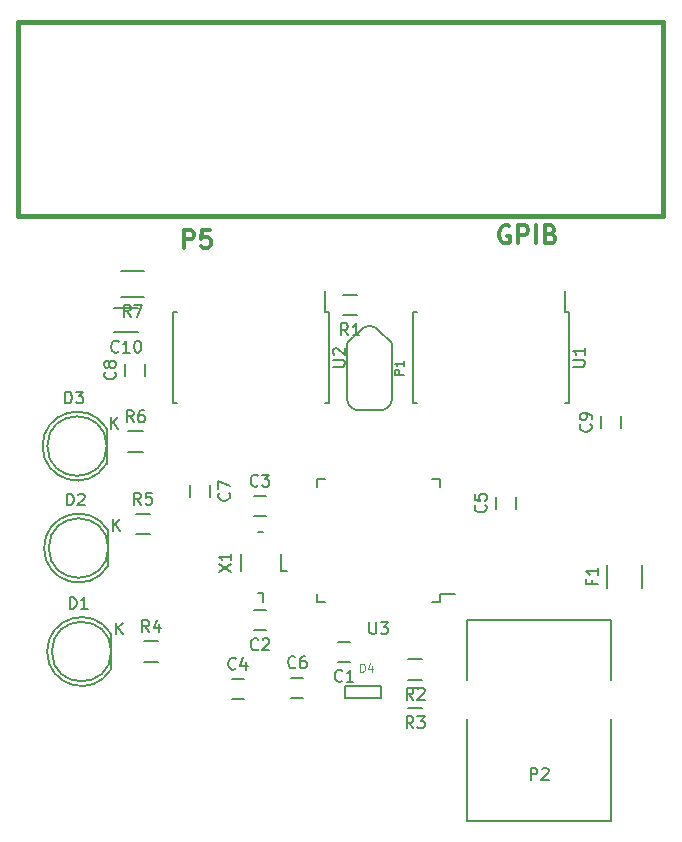
<source format=gbr>
G04 #@! TF.FileFunction,Legend,Top*
%FSLAX46Y46*%
G04 Gerber Fmt 4.6, Leading zero omitted, Abs format (unit mm)*
G04 Created by KiCad (PCBNEW 4.1.0-alpha+201606210816+6944~45~ubuntu16.04.1-product) date Sat Jun 25 00:11:40 2016*
%MOMM*%
%LPD*%
G01*
G04 APERTURE LIST*
%ADD10C,0.100000*%
%ADD11C,0.381000*%
%ADD12C,0.150000*%
%ADD13C,0.127000*%
%ADD14C,0.304800*%
G04 APERTURE END LIST*
D10*
D11*
X171450000Y-66611500D02*
X171450000Y-82994500D01*
X171450000Y-82994500D02*
X116840000Y-82994500D01*
X116840000Y-82994500D02*
X116840000Y-66611500D01*
X171450000Y-66611500D02*
X116840000Y-66611500D01*
D12*
X136803000Y-118071000D02*
X137803000Y-118071000D01*
X137803000Y-116371000D02*
X136803000Y-116371000D01*
X137787000Y-106719000D02*
X136787000Y-106719000D01*
X136787000Y-108419000D02*
X137787000Y-108419000D01*
X133057000Y-106815000D02*
X133057000Y-105815000D01*
X131357000Y-105815000D02*
X131357000Y-106815000D01*
X125883300Y-95562800D02*
X125883300Y-96562800D01*
X127583300Y-96562800D02*
X127583300Y-95562800D01*
X144307000Y-89676000D02*
X145507000Y-89676000D01*
X145507000Y-91426000D02*
X144307000Y-91426000D01*
X149834000Y-120537000D02*
X151034000Y-120537000D01*
X151034000Y-122287000D02*
X149834000Y-122287000D01*
X149834000Y-122950000D02*
X151034000Y-122950000D01*
X151034000Y-124700000D02*
X149834000Y-124700000D01*
X128677000Y-120763000D02*
X127477000Y-120763000D01*
X127477000Y-119013000D02*
X128677000Y-119013000D01*
X127981000Y-109968000D02*
X126781000Y-109968000D01*
X126781000Y-108218000D02*
X127981000Y-108218000D01*
X163420000Y-91121000D02*
X163085000Y-91121000D01*
X163420000Y-98871000D02*
X163085000Y-98871000D01*
X150270000Y-98871000D02*
X150605000Y-98871000D01*
X150270000Y-91121000D02*
X150605000Y-91121000D01*
X163420000Y-91121000D02*
X163420000Y-98871000D01*
X150270000Y-91121000D02*
X150270000Y-98871000D01*
X163085000Y-91121000D02*
X163085000Y-89321000D01*
X143100000Y-91121000D02*
X142765000Y-91121000D01*
X143100000Y-98871000D02*
X142765000Y-98871000D01*
X129950000Y-98871000D02*
X130285000Y-98871000D01*
X129950000Y-91121000D02*
X130285000Y-91121000D01*
X143100000Y-91121000D02*
X143100000Y-98871000D01*
X129950000Y-91121000D02*
X129950000Y-98871000D01*
X142765000Y-91121000D02*
X142765000Y-89321000D01*
D13*
X144653000Y-98488500D02*
X144653000Y-93802200D01*
X148463000Y-98488500D02*
X148463000Y-93802200D01*
X145834100Y-92621100D02*
X144653000Y-93802200D01*
X147281900Y-92621100D02*
X148463000Y-93802200D01*
X147281900Y-92621100D02*
G75*
G03X145834100Y-92621100I-723900J-723900D01*
G01*
X147510500Y-99441000D02*
X145605500Y-99441000D01*
X144653000Y-98488500D02*
G75*
G03X145605500Y-99441000I952500J0D01*
G01*
X147510500Y-99441000D02*
G75*
G03X148463000Y-98488500I0J952500D01*
G01*
D12*
X144526000Y-122809000D02*
X144526000Y-123825000D01*
X147574000Y-122809000D02*
X147574000Y-123825000D01*
X144526000Y-123825000D02*
X147526000Y-123825000D01*
X144526000Y-122809000D02*
X147526000Y-122809000D01*
X169623000Y-112538000D02*
X169623000Y-114538000D01*
X166673000Y-114538000D02*
X166673000Y-112538000D01*
X127346000Y-102983000D02*
X126146000Y-102983000D01*
X126146000Y-101233000D02*
X127346000Y-101233000D01*
X124277888Y-100964096D02*
G75*
G03X124293000Y-103989000I-2484888J-1524904D01*
G01*
X124293000Y-100989000D02*
X124293000Y-103989000D01*
X124310936Y-102489000D02*
G75*
G03X124310936Y-102489000I-2517936J0D01*
G01*
X124658888Y-118363096D02*
G75*
G03X124674000Y-121388000I-2484888J-1524904D01*
G01*
X124674000Y-118388000D02*
X124674000Y-121388000D01*
X124691936Y-119888000D02*
G75*
G03X124691936Y-119888000I-2517936J0D01*
G01*
X124404888Y-109600096D02*
G75*
G03X124420000Y-112625000I-2484888J-1524904D01*
G01*
X124420000Y-109625000D02*
X124420000Y-112625000D01*
X124437936Y-111125000D02*
G75*
G03X124437936Y-111125000I-2517936J0D01*
G01*
X152495000Y-115665000D02*
X152495000Y-114990000D01*
X142145000Y-115665000D02*
X142145000Y-114990000D01*
X142145000Y-105315000D02*
X142145000Y-105990000D01*
X152495000Y-105315000D02*
X152495000Y-105990000D01*
X152495000Y-115665000D02*
X151820000Y-115665000D01*
X152495000Y-105315000D02*
X151820000Y-105315000D01*
X142145000Y-105315000D02*
X142820000Y-105315000D01*
X142145000Y-115665000D02*
X142820000Y-115665000D01*
X152495000Y-114990000D02*
X153770000Y-114990000D01*
X137544000Y-114963000D02*
X137544000Y-115663000D01*
X139044000Y-113063000D02*
X139544000Y-113063000D01*
X139044000Y-111660920D02*
X139044000Y-113063000D01*
X135644000Y-113064040D02*
X135644000Y-111661960D01*
X137544000Y-109763000D02*
X137144000Y-109763000D01*
X137544000Y-114963000D02*
X137144000Y-114963000D01*
X143915000Y-120738000D02*
X144915000Y-120738000D01*
X144915000Y-119038000D02*
X143915000Y-119038000D01*
X135898000Y-122213000D02*
X134898000Y-122213000D01*
X134898000Y-123913000D02*
X135898000Y-123913000D01*
X157265000Y-106815000D02*
X157265000Y-107815000D01*
X158965000Y-107815000D02*
X158965000Y-106815000D01*
X140946000Y-122086000D02*
X139946000Y-122086000D01*
X139946000Y-123786000D02*
X140946000Y-123786000D01*
X166155000Y-99973000D02*
X166155000Y-100973000D01*
X167855000Y-100973000D02*
X167855000Y-99973000D01*
X124960000Y-92846000D02*
X126960000Y-92846000D01*
X126960000Y-90796000D02*
X124960000Y-90796000D01*
X125492000Y-87698000D02*
X127492000Y-87698000D01*
X127492000Y-89848000D02*
X125492000Y-89848000D01*
X154843480Y-125603000D02*
X154843480Y-134239000D01*
X154843480Y-117221000D02*
X154843480Y-122301000D01*
X167035480Y-125603000D02*
X167035480Y-134239000D01*
X167035480Y-117221000D02*
X167035480Y-122301000D01*
X167035480Y-134239000D02*
X154843480Y-134239000D01*
X154843480Y-117221000D02*
X167035480Y-117221000D01*
D14*
X130828142Y-85715928D02*
X130828142Y-84191928D01*
X131408714Y-84191928D01*
X131553857Y-84264500D01*
X131626428Y-84337071D01*
X131699000Y-84482214D01*
X131699000Y-84699928D01*
X131626428Y-84845071D01*
X131553857Y-84917642D01*
X131408714Y-84990214D01*
X130828142Y-84990214D01*
X133077857Y-84191928D02*
X132352142Y-84191928D01*
X132279571Y-84917642D01*
X132352142Y-84845071D01*
X132497285Y-84772500D01*
X132860142Y-84772500D01*
X133005285Y-84845071D01*
X133077857Y-84917642D01*
X133150428Y-85062785D01*
X133150428Y-85425642D01*
X133077857Y-85570785D01*
X133005285Y-85643357D01*
X132860142Y-85715928D01*
X132497285Y-85715928D01*
X132352142Y-85643357D01*
X132279571Y-85570785D01*
X158405285Y-83883500D02*
X158260142Y-83810928D01*
X158042428Y-83810928D01*
X157824714Y-83883500D01*
X157679571Y-84028642D01*
X157607000Y-84173785D01*
X157534428Y-84464071D01*
X157534428Y-84681785D01*
X157607000Y-84972071D01*
X157679571Y-85117214D01*
X157824714Y-85262357D01*
X158042428Y-85334928D01*
X158187571Y-85334928D01*
X158405285Y-85262357D01*
X158477857Y-85189785D01*
X158477857Y-84681785D01*
X158187571Y-84681785D01*
X159131000Y-85334928D02*
X159131000Y-83810928D01*
X159711571Y-83810928D01*
X159856714Y-83883500D01*
X159929285Y-83956071D01*
X160001857Y-84101214D01*
X160001857Y-84318928D01*
X159929285Y-84464071D01*
X159856714Y-84536642D01*
X159711571Y-84609214D01*
X159131000Y-84609214D01*
X160655000Y-85334928D02*
X160655000Y-83810928D01*
X161888714Y-84536642D02*
X162106428Y-84609214D01*
X162179000Y-84681785D01*
X162251571Y-84826928D01*
X162251571Y-85044642D01*
X162179000Y-85189785D01*
X162106428Y-85262357D01*
X161961285Y-85334928D01*
X161380714Y-85334928D01*
X161380714Y-83810928D01*
X161888714Y-83810928D01*
X162033857Y-83883500D01*
X162106428Y-83956071D01*
X162179000Y-84101214D01*
X162179000Y-84246357D01*
X162106428Y-84391500D01*
X162033857Y-84464071D01*
X161888714Y-84536642D01*
X161380714Y-84536642D01*
D12*
X137136333Y-119678142D02*
X137088714Y-119725761D01*
X136945857Y-119773380D01*
X136850619Y-119773380D01*
X136707761Y-119725761D01*
X136612523Y-119630523D01*
X136564904Y-119535285D01*
X136517285Y-119344809D01*
X136517285Y-119201952D01*
X136564904Y-119011476D01*
X136612523Y-118916238D01*
X136707761Y-118821000D01*
X136850619Y-118773380D01*
X136945857Y-118773380D01*
X137088714Y-118821000D01*
X137136333Y-118868619D01*
X137517285Y-118868619D02*
X137564904Y-118821000D01*
X137660142Y-118773380D01*
X137898238Y-118773380D01*
X137993476Y-118821000D01*
X138041095Y-118868619D01*
X138088714Y-118963857D01*
X138088714Y-119059095D01*
X138041095Y-119201952D01*
X137469666Y-119773380D01*
X138088714Y-119773380D01*
X137120333Y-105826142D02*
X137072714Y-105873761D01*
X136929857Y-105921380D01*
X136834619Y-105921380D01*
X136691761Y-105873761D01*
X136596523Y-105778523D01*
X136548904Y-105683285D01*
X136501285Y-105492809D01*
X136501285Y-105349952D01*
X136548904Y-105159476D01*
X136596523Y-105064238D01*
X136691761Y-104969000D01*
X136834619Y-104921380D01*
X136929857Y-104921380D01*
X137072714Y-104969000D01*
X137120333Y-105016619D01*
X137453666Y-104921380D02*
X138072714Y-104921380D01*
X137739380Y-105302333D01*
X137882238Y-105302333D01*
X137977476Y-105349952D01*
X138025095Y-105397571D01*
X138072714Y-105492809D01*
X138072714Y-105730904D01*
X138025095Y-105826142D01*
X137977476Y-105873761D01*
X137882238Y-105921380D01*
X137596523Y-105921380D01*
X137501285Y-105873761D01*
X137453666Y-105826142D01*
X134664142Y-106481666D02*
X134711761Y-106529285D01*
X134759380Y-106672142D01*
X134759380Y-106767380D01*
X134711761Y-106910238D01*
X134616523Y-107005476D01*
X134521285Y-107053095D01*
X134330809Y-107100714D01*
X134187952Y-107100714D01*
X133997476Y-107053095D01*
X133902238Y-107005476D01*
X133807000Y-106910238D01*
X133759380Y-106767380D01*
X133759380Y-106672142D01*
X133807000Y-106529285D01*
X133854619Y-106481666D01*
X133759380Y-106148333D02*
X133759380Y-105481666D01*
X134759380Y-105910238D01*
X124990442Y-96229466D02*
X125038061Y-96277085D01*
X125085680Y-96419942D01*
X125085680Y-96515180D01*
X125038061Y-96658038D01*
X124942823Y-96753276D01*
X124847585Y-96800895D01*
X124657109Y-96848514D01*
X124514252Y-96848514D01*
X124323776Y-96800895D01*
X124228538Y-96753276D01*
X124133300Y-96658038D01*
X124085680Y-96515180D01*
X124085680Y-96419942D01*
X124133300Y-96277085D01*
X124180919Y-96229466D01*
X124514252Y-95658038D02*
X124466633Y-95753276D01*
X124419014Y-95800895D01*
X124323776Y-95848514D01*
X124276157Y-95848514D01*
X124180919Y-95800895D01*
X124133300Y-95753276D01*
X124085680Y-95658038D01*
X124085680Y-95467561D01*
X124133300Y-95372323D01*
X124180919Y-95324704D01*
X124276157Y-95277085D01*
X124323776Y-95277085D01*
X124419014Y-95324704D01*
X124466633Y-95372323D01*
X124514252Y-95467561D01*
X124514252Y-95658038D01*
X124561871Y-95753276D01*
X124609490Y-95800895D01*
X124704728Y-95848514D01*
X124895204Y-95848514D01*
X124990442Y-95800895D01*
X125038061Y-95753276D01*
X125085680Y-95658038D01*
X125085680Y-95467561D01*
X125038061Y-95372323D01*
X124990442Y-95324704D01*
X124895204Y-95277085D01*
X124704728Y-95277085D01*
X124609490Y-95324704D01*
X124561871Y-95372323D01*
X124514252Y-95467561D01*
X144740333Y-93103380D02*
X144407000Y-92627190D01*
X144168904Y-93103380D02*
X144168904Y-92103380D01*
X144549857Y-92103380D01*
X144645095Y-92151000D01*
X144692714Y-92198619D01*
X144740333Y-92293857D01*
X144740333Y-92436714D01*
X144692714Y-92531952D01*
X144645095Y-92579571D01*
X144549857Y-92627190D01*
X144168904Y-92627190D01*
X145692714Y-93103380D02*
X145121285Y-93103380D01*
X145407000Y-93103380D02*
X145407000Y-92103380D01*
X145311761Y-92246238D01*
X145216523Y-92341476D01*
X145121285Y-92389095D01*
X150267333Y-123964380D02*
X149934000Y-123488190D01*
X149695904Y-123964380D02*
X149695904Y-122964380D01*
X150076857Y-122964380D01*
X150172095Y-123012000D01*
X150219714Y-123059619D01*
X150267333Y-123154857D01*
X150267333Y-123297714D01*
X150219714Y-123392952D01*
X150172095Y-123440571D01*
X150076857Y-123488190D01*
X149695904Y-123488190D01*
X150648285Y-123059619D02*
X150695904Y-123012000D01*
X150791142Y-122964380D01*
X151029238Y-122964380D01*
X151124476Y-123012000D01*
X151172095Y-123059619D01*
X151219714Y-123154857D01*
X151219714Y-123250095D01*
X151172095Y-123392952D01*
X150600666Y-123964380D01*
X151219714Y-123964380D01*
X150267333Y-126377380D02*
X149934000Y-125901190D01*
X149695904Y-126377380D02*
X149695904Y-125377380D01*
X150076857Y-125377380D01*
X150172095Y-125425000D01*
X150219714Y-125472619D01*
X150267333Y-125567857D01*
X150267333Y-125710714D01*
X150219714Y-125805952D01*
X150172095Y-125853571D01*
X150076857Y-125901190D01*
X149695904Y-125901190D01*
X150600666Y-125377380D02*
X151219714Y-125377380D01*
X150886380Y-125758333D01*
X151029238Y-125758333D01*
X151124476Y-125805952D01*
X151172095Y-125853571D01*
X151219714Y-125948809D01*
X151219714Y-126186904D01*
X151172095Y-126282142D01*
X151124476Y-126329761D01*
X151029238Y-126377380D01*
X150743523Y-126377380D01*
X150648285Y-126329761D01*
X150600666Y-126282142D01*
X127910333Y-118240380D02*
X127577000Y-117764190D01*
X127338904Y-118240380D02*
X127338904Y-117240380D01*
X127719857Y-117240380D01*
X127815095Y-117288000D01*
X127862714Y-117335619D01*
X127910333Y-117430857D01*
X127910333Y-117573714D01*
X127862714Y-117668952D01*
X127815095Y-117716571D01*
X127719857Y-117764190D01*
X127338904Y-117764190D01*
X128767476Y-117573714D02*
X128767476Y-118240380D01*
X128529380Y-117192761D02*
X128291285Y-117907047D01*
X128910333Y-117907047D01*
X127214333Y-107445380D02*
X126881000Y-106969190D01*
X126642904Y-107445380D02*
X126642904Y-106445380D01*
X127023857Y-106445380D01*
X127119095Y-106493000D01*
X127166714Y-106540619D01*
X127214333Y-106635857D01*
X127214333Y-106778714D01*
X127166714Y-106873952D01*
X127119095Y-106921571D01*
X127023857Y-106969190D01*
X126642904Y-106969190D01*
X128119095Y-106445380D02*
X127642904Y-106445380D01*
X127595285Y-106921571D01*
X127642904Y-106873952D01*
X127738142Y-106826333D01*
X127976238Y-106826333D01*
X128071476Y-106873952D01*
X128119095Y-106921571D01*
X128166714Y-107016809D01*
X128166714Y-107254904D01*
X128119095Y-107350142D01*
X128071476Y-107397761D01*
X127976238Y-107445380D01*
X127738142Y-107445380D01*
X127642904Y-107397761D01*
X127595285Y-107350142D01*
X163797380Y-95757904D02*
X164606904Y-95757904D01*
X164702142Y-95710285D01*
X164749761Y-95662666D01*
X164797380Y-95567428D01*
X164797380Y-95376952D01*
X164749761Y-95281714D01*
X164702142Y-95234095D01*
X164606904Y-95186476D01*
X163797380Y-95186476D01*
X164797380Y-94186476D02*
X164797380Y-94757904D01*
X164797380Y-94472190D02*
X163797380Y-94472190D01*
X163940238Y-94567428D01*
X164035476Y-94662666D01*
X164083095Y-94757904D01*
X143477380Y-95757904D02*
X144286904Y-95757904D01*
X144382142Y-95710285D01*
X144429761Y-95662666D01*
X144477380Y-95567428D01*
X144477380Y-95376952D01*
X144429761Y-95281714D01*
X144382142Y-95234095D01*
X144286904Y-95186476D01*
X143477380Y-95186476D01*
X143572619Y-94757904D02*
X143525000Y-94710285D01*
X143477380Y-94615047D01*
X143477380Y-94376952D01*
X143525000Y-94281714D01*
X143572619Y-94234095D01*
X143667857Y-94186476D01*
X143763095Y-94186476D01*
X143905952Y-94234095D01*
X144477380Y-94805523D01*
X144477380Y-94186476D01*
D13*
X149440416Y-96443679D02*
X148683496Y-96443679D01*
X148683496Y-96155328D01*
X148719540Y-96083240D01*
X148755583Y-96047197D01*
X148827671Y-96011153D01*
X148935802Y-96011153D01*
X149007890Y-96047197D01*
X149043934Y-96083240D01*
X149079978Y-96155328D01*
X149079978Y-96443679D01*
X149440416Y-95290277D02*
X149440416Y-95722802D01*
X149440416Y-95506540D02*
X148683496Y-95506540D01*
X148791627Y-95578627D01*
X148863715Y-95650715D01*
X148899759Y-95722802D01*
D10*
X145787333Y-121601666D02*
X145787333Y-120901666D01*
X145954000Y-120901666D01*
X146054000Y-120935000D01*
X146120666Y-121001666D01*
X146154000Y-121068333D01*
X146187333Y-121201666D01*
X146187333Y-121301666D01*
X146154000Y-121435000D01*
X146120666Y-121501666D01*
X146054000Y-121568333D01*
X145954000Y-121601666D01*
X145787333Y-121601666D01*
X146787333Y-121135000D02*
X146787333Y-121601666D01*
X146620666Y-120868333D02*
X146454000Y-121368333D01*
X146887333Y-121368333D01*
D12*
X165376571Y-113871333D02*
X165376571Y-114204666D01*
X165900380Y-114204666D02*
X164900380Y-114204666D01*
X164900380Y-113728476D01*
X165900380Y-112823714D02*
X165900380Y-113395142D01*
X165900380Y-113109428D02*
X164900380Y-113109428D01*
X165043238Y-113204666D01*
X165138476Y-113299904D01*
X165186095Y-113395142D01*
X126579333Y-100460380D02*
X126246000Y-99984190D01*
X126007904Y-100460380D02*
X126007904Y-99460380D01*
X126388857Y-99460380D01*
X126484095Y-99508000D01*
X126531714Y-99555619D01*
X126579333Y-99650857D01*
X126579333Y-99793714D01*
X126531714Y-99888952D01*
X126484095Y-99936571D01*
X126388857Y-99984190D01*
X126007904Y-99984190D01*
X127436476Y-99460380D02*
X127246000Y-99460380D01*
X127150761Y-99508000D01*
X127103142Y-99555619D01*
X127007904Y-99698476D01*
X126960285Y-99888952D01*
X126960285Y-100269904D01*
X127007904Y-100365142D01*
X127055523Y-100412761D01*
X127150761Y-100460380D01*
X127341238Y-100460380D01*
X127436476Y-100412761D01*
X127484095Y-100365142D01*
X127531714Y-100269904D01*
X127531714Y-100031809D01*
X127484095Y-99936571D01*
X127436476Y-99888952D01*
X127341238Y-99841333D01*
X127150761Y-99841333D01*
X127055523Y-99888952D01*
X127007904Y-99936571D01*
X126960285Y-100031809D01*
X120800904Y-98877380D02*
X120800904Y-97877380D01*
X121039000Y-97877380D01*
X121181857Y-97925000D01*
X121277095Y-98020238D01*
X121324714Y-98115476D01*
X121372333Y-98305952D01*
X121372333Y-98448809D01*
X121324714Y-98639285D01*
X121277095Y-98734523D01*
X121181857Y-98829761D01*
X121039000Y-98877380D01*
X120800904Y-98877380D01*
X121705666Y-97877380D02*
X122324714Y-97877380D01*
X121991380Y-98258333D01*
X122134238Y-98258333D01*
X122229476Y-98305952D01*
X122277095Y-98353571D01*
X122324714Y-98448809D01*
X122324714Y-98686904D01*
X122277095Y-98782142D01*
X122229476Y-98829761D01*
X122134238Y-98877380D01*
X121848523Y-98877380D01*
X121753285Y-98829761D01*
X121705666Y-98782142D01*
X124706095Y-101036380D02*
X124706095Y-100036380D01*
X125277523Y-101036380D02*
X124848952Y-100464952D01*
X125277523Y-100036380D02*
X124706095Y-100607809D01*
X121181904Y-116276380D02*
X121181904Y-115276380D01*
X121420000Y-115276380D01*
X121562857Y-115324000D01*
X121658095Y-115419238D01*
X121705714Y-115514476D01*
X121753333Y-115704952D01*
X121753333Y-115847809D01*
X121705714Y-116038285D01*
X121658095Y-116133523D01*
X121562857Y-116228761D01*
X121420000Y-116276380D01*
X121181904Y-116276380D01*
X122705714Y-116276380D02*
X122134285Y-116276380D01*
X122420000Y-116276380D02*
X122420000Y-115276380D01*
X122324761Y-115419238D01*
X122229523Y-115514476D01*
X122134285Y-115562095D01*
X125087095Y-118435380D02*
X125087095Y-117435380D01*
X125658523Y-118435380D02*
X125229952Y-117863952D01*
X125658523Y-117435380D02*
X125087095Y-118006809D01*
X120927904Y-107513380D02*
X120927904Y-106513380D01*
X121166000Y-106513380D01*
X121308857Y-106561000D01*
X121404095Y-106656238D01*
X121451714Y-106751476D01*
X121499333Y-106941952D01*
X121499333Y-107084809D01*
X121451714Y-107275285D01*
X121404095Y-107370523D01*
X121308857Y-107465761D01*
X121166000Y-107513380D01*
X120927904Y-107513380D01*
X121880285Y-106608619D02*
X121927904Y-106561000D01*
X122023142Y-106513380D01*
X122261238Y-106513380D01*
X122356476Y-106561000D01*
X122404095Y-106608619D01*
X122451714Y-106703857D01*
X122451714Y-106799095D01*
X122404095Y-106941952D01*
X121832666Y-107513380D01*
X122451714Y-107513380D01*
X124833095Y-109672380D02*
X124833095Y-108672380D01*
X125404523Y-109672380D02*
X124975952Y-109100952D01*
X125404523Y-108672380D02*
X124833095Y-109243809D01*
X146558095Y-117392380D02*
X146558095Y-118201904D01*
X146605714Y-118297142D01*
X146653333Y-118344761D01*
X146748571Y-118392380D01*
X146939047Y-118392380D01*
X147034285Y-118344761D01*
X147081904Y-118297142D01*
X147129523Y-118201904D01*
X147129523Y-117392380D01*
X147510476Y-117392380D02*
X148129523Y-117392380D01*
X147796190Y-117773333D01*
X147939047Y-117773333D01*
X148034285Y-117820952D01*
X148081904Y-117868571D01*
X148129523Y-117963809D01*
X148129523Y-118201904D01*
X148081904Y-118297142D01*
X148034285Y-118344761D01*
X147939047Y-118392380D01*
X147653333Y-118392380D01*
X147558095Y-118344761D01*
X147510476Y-118297142D01*
X133796380Y-113172523D02*
X134796380Y-112505857D01*
X133796380Y-112505857D02*
X134796380Y-113172523D01*
X134796380Y-111601095D02*
X134796380Y-112172523D01*
X134796380Y-111886809D02*
X133796380Y-111886809D01*
X133939238Y-111982047D01*
X134034476Y-112077285D01*
X134082095Y-112172523D01*
X144248333Y-122345142D02*
X144200714Y-122392761D01*
X144057857Y-122440380D01*
X143962619Y-122440380D01*
X143819761Y-122392761D01*
X143724523Y-122297523D01*
X143676904Y-122202285D01*
X143629285Y-122011809D01*
X143629285Y-121868952D01*
X143676904Y-121678476D01*
X143724523Y-121583238D01*
X143819761Y-121488000D01*
X143962619Y-121440380D01*
X144057857Y-121440380D01*
X144200714Y-121488000D01*
X144248333Y-121535619D01*
X145200714Y-122440380D02*
X144629285Y-122440380D01*
X144915000Y-122440380D02*
X144915000Y-121440380D01*
X144819761Y-121583238D01*
X144724523Y-121678476D01*
X144629285Y-121726095D01*
X135231333Y-121320142D02*
X135183714Y-121367761D01*
X135040857Y-121415380D01*
X134945619Y-121415380D01*
X134802761Y-121367761D01*
X134707523Y-121272523D01*
X134659904Y-121177285D01*
X134612285Y-120986809D01*
X134612285Y-120843952D01*
X134659904Y-120653476D01*
X134707523Y-120558238D01*
X134802761Y-120463000D01*
X134945619Y-120415380D01*
X135040857Y-120415380D01*
X135183714Y-120463000D01*
X135231333Y-120510619D01*
X136088476Y-120748714D02*
X136088476Y-121415380D01*
X135850380Y-120367761D02*
X135612285Y-121082047D01*
X136231333Y-121082047D01*
X156372142Y-107481666D02*
X156419761Y-107529285D01*
X156467380Y-107672142D01*
X156467380Y-107767380D01*
X156419761Y-107910238D01*
X156324523Y-108005476D01*
X156229285Y-108053095D01*
X156038809Y-108100714D01*
X155895952Y-108100714D01*
X155705476Y-108053095D01*
X155610238Y-108005476D01*
X155515000Y-107910238D01*
X155467380Y-107767380D01*
X155467380Y-107672142D01*
X155515000Y-107529285D01*
X155562619Y-107481666D01*
X155467380Y-106576904D02*
X155467380Y-107053095D01*
X155943571Y-107100714D01*
X155895952Y-107053095D01*
X155848333Y-106957857D01*
X155848333Y-106719761D01*
X155895952Y-106624523D01*
X155943571Y-106576904D01*
X156038809Y-106529285D01*
X156276904Y-106529285D01*
X156372142Y-106576904D01*
X156419761Y-106624523D01*
X156467380Y-106719761D01*
X156467380Y-106957857D01*
X156419761Y-107053095D01*
X156372142Y-107100714D01*
X140279333Y-121193142D02*
X140231714Y-121240761D01*
X140088857Y-121288380D01*
X139993619Y-121288380D01*
X139850761Y-121240761D01*
X139755523Y-121145523D01*
X139707904Y-121050285D01*
X139660285Y-120859809D01*
X139660285Y-120716952D01*
X139707904Y-120526476D01*
X139755523Y-120431238D01*
X139850761Y-120336000D01*
X139993619Y-120288380D01*
X140088857Y-120288380D01*
X140231714Y-120336000D01*
X140279333Y-120383619D01*
X141136476Y-120288380D02*
X140946000Y-120288380D01*
X140850761Y-120336000D01*
X140803142Y-120383619D01*
X140707904Y-120526476D01*
X140660285Y-120716952D01*
X140660285Y-121097904D01*
X140707904Y-121193142D01*
X140755523Y-121240761D01*
X140850761Y-121288380D01*
X141041238Y-121288380D01*
X141136476Y-121240761D01*
X141184095Y-121193142D01*
X141231714Y-121097904D01*
X141231714Y-120859809D01*
X141184095Y-120764571D01*
X141136476Y-120716952D01*
X141041238Y-120669333D01*
X140850761Y-120669333D01*
X140755523Y-120716952D01*
X140707904Y-120764571D01*
X140660285Y-120859809D01*
X165262142Y-100639666D02*
X165309761Y-100687285D01*
X165357380Y-100830142D01*
X165357380Y-100925380D01*
X165309761Y-101068238D01*
X165214523Y-101163476D01*
X165119285Y-101211095D01*
X164928809Y-101258714D01*
X164785952Y-101258714D01*
X164595476Y-101211095D01*
X164500238Y-101163476D01*
X164405000Y-101068238D01*
X164357380Y-100925380D01*
X164357380Y-100830142D01*
X164405000Y-100687285D01*
X164452619Y-100639666D01*
X165357380Y-100163476D02*
X165357380Y-99973000D01*
X165309761Y-99877761D01*
X165262142Y-99830142D01*
X165119285Y-99734904D01*
X164928809Y-99687285D01*
X164547857Y-99687285D01*
X164452619Y-99734904D01*
X164405000Y-99782523D01*
X164357380Y-99877761D01*
X164357380Y-100068238D01*
X164405000Y-100163476D01*
X164452619Y-100211095D01*
X164547857Y-100258714D01*
X164785952Y-100258714D01*
X164881190Y-100211095D01*
X164928809Y-100163476D01*
X164976428Y-100068238D01*
X164976428Y-99877761D01*
X164928809Y-99782523D01*
X164881190Y-99734904D01*
X164785952Y-99687285D01*
X125317142Y-94478142D02*
X125269523Y-94525761D01*
X125126666Y-94573380D01*
X125031428Y-94573380D01*
X124888571Y-94525761D01*
X124793333Y-94430523D01*
X124745714Y-94335285D01*
X124698095Y-94144809D01*
X124698095Y-94001952D01*
X124745714Y-93811476D01*
X124793333Y-93716238D01*
X124888571Y-93621000D01*
X125031428Y-93573380D01*
X125126666Y-93573380D01*
X125269523Y-93621000D01*
X125317142Y-93668619D01*
X126269523Y-94573380D02*
X125698095Y-94573380D01*
X125983809Y-94573380D02*
X125983809Y-93573380D01*
X125888571Y-93716238D01*
X125793333Y-93811476D01*
X125698095Y-93859095D01*
X126888571Y-93573380D02*
X126983809Y-93573380D01*
X127079047Y-93621000D01*
X127126666Y-93668619D01*
X127174285Y-93763857D01*
X127221904Y-93954333D01*
X127221904Y-94192428D01*
X127174285Y-94382904D01*
X127126666Y-94478142D01*
X127079047Y-94525761D01*
X126983809Y-94573380D01*
X126888571Y-94573380D01*
X126793333Y-94525761D01*
X126745714Y-94478142D01*
X126698095Y-94382904D01*
X126650476Y-94192428D01*
X126650476Y-93954333D01*
X126698095Y-93763857D01*
X126745714Y-93668619D01*
X126793333Y-93621000D01*
X126888571Y-93573380D01*
X126325333Y-91525380D02*
X125992000Y-91049190D01*
X125753904Y-91525380D02*
X125753904Y-90525380D01*
X126134857Y-90525380D01*
X126230095Y-90573000D01*
X126277714Y-90620619D01*
X126325333Y-90715857D01*
X126325333Y-90858714D01*
X126277714Y-90953952D01*
X126230095Y-91001571D01*
X126134857Y-91049190D01*
X125753904Y-91049190D01*
X126658666Y-90525380D02*
X127325333Y-90525380D01*
X126896761Y-91525380D01*
X160201384Y-130754380D02*
X160201384Y-129754380D01*
X160582337Y-129754380D01*
X160677575Y-129802000D01*
X160725194Y-129849619D01*
X160772813Y-129944857D01*
X160772813Y-130087714D01*
X160725194Y-130182952D01*
X160677575Y-130230571D01*
X160582337Y-130278190D01*
X160201384Y-130278190D01*
X161153765Y-129849619D02*
X161201384Y-129802000D01*
X161296622Y-129754380D01*
X161534718Y-129754380D01*
X161629956Y-129802000D01*
X161677575Y-129849619D01*
X161725194Y-129944857D01*
X161725194Y-130040095D01*
X161677575Y-130182952D01*
X161106146Y-130754380D01*
X161725194Y-130754380D01*
M02*

</source>
